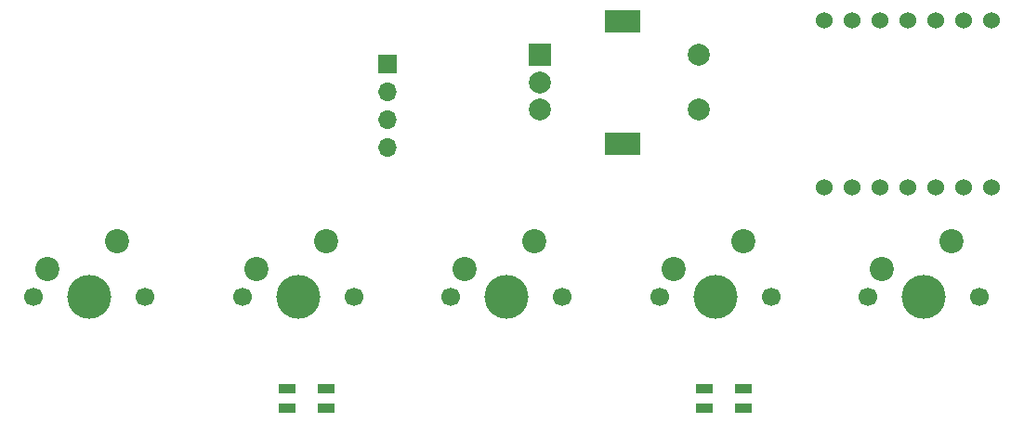
<source format=gbr>
%TF.GenerationSoftware,KiCad,Pcbnew,9.0.2*%
%TF.CreationDate,2025-05-28T17:01:59+05:30*%
%TF.ProjectId,linus_ide_toolbar,6c696e75-735f-4696-9465-5f746f6f6c62,rev?*%
%TF.SameCoordinates,Original*%
%TF.FileFunction,Soldermask,Top*%
%TF.FilePolarity,Negative*%
%FSLAX46Y46*%
G04 Gerber Fmt 4.6, Leading zero omitted, Abs format (unit mm)*
G04 Created by KiCad (PCBNEW 9.0.2) date 2025-05-28 17:01:59*
%MOMM*%
%LPD*%
G01*
G04 APERTURE LIST*
%ADD10R,1.700000X1.700000*%
%ADD11O,1.700000X1.700000*%
%ADD12C,1.700000*%
%ADD13C,4.000000*%
%ADD14C,2.200000*%
%ADD15R,2.000000X2.000000*%
%ADD16C,2.000000*%
%ADD17R,3.200000X2.000000*%
%ADD18R,1.600000X0.850000*%
%ADD19C,1.524000*%
G04 APERTURE END LIST*
D10*
%TO.C,J1*%
X109615000Y-87305000D03*
D11*
X109615000Y-89845000D03*
X109615000Y-92385000D03*
X109615000Y-94925000D03*
%TD*%
D12*
%TO.C,Stop1*%
X96380000Y-108580000D03*
D13*
X101460000Y-108580000D03*
D12*
X106540000Y-108580000D03*
D14*
X104000000Y-103500000D03*
X97650000Y-106040000D03*
%TD*%
D12*
%TO.C,key1*%
X77380000Y-108580000D03*
D13*
X82460000Y-108580000D03*
D12*
X87540000Y-108580000D03*
D14*
X85000000Y-103500000D03*
X78650000Y-106040000D03*
%TD*%
D12*
%TO.C,key5*%
X153380000Y-108580000D03*
D13*
X158460000Y-108580000D03*
D12*
X163540000Y-108580000D03*
D14*
X161000000Y-103500000D03*
X154650000Y-106040000D03*
%TD*%
D12*
%TO.C,Continue1*%
X115380000Y-108580000D03*
D13*
X120460000Y-108580000D03*
D12*
X125540000Y-108580000D03*
D14*
X123000000Y-103500000D03*
X116650000Y-106040000D03*
%TD*%
D15*
%TO.C,SW1*%
X123500000Y-86500000D03*
D16*
X123500000Y-91500000D03*
X123500000Y-89000000D03*
D17*
X131000000Y-83400000D03*
X131000000Y-94600000D03*
D16*
X138000000Y-91500000D03*
X138000000Y-86500000D03*
%TD*%
D18*
%TO.C,D2*%
X138500000Y-117000000D03*
X138500000Y-118750000D03*
X142000000Y-118750000D03*
X142000000Y-117000000D03*
%TD*%
%TO.C,D1*%
X100500000Y-117000000D03*
X100500000Y-118750000D03*
X104000000Y-118750000D03*
X104000000Y-117000000D03*
%TD*%
D12*
%TO.C,key4*%
X134380000Y-108580000D03*
D13*
X139460000Y-108580000D03*
D12*
X144540000Y-108580000D03*
D14*
X142000000Y-103500000D03*
X135650000Y-106040000D03*
%TD*%
D19*
%TO.C,U1*%
X149380000Y-83380000D03*
X151920000Y-83380000D03*
X154460000Y-83380000D03*
X157000000Y-83380000D03*
X159540000Y-83380000D03*
X162080000Y-83380000D03*
X164620000Y-83380000D03*
X164620000Y-98620000D03*
X162080000Y-98620000D03*
X159540000Y-98620000D03*
X157000000Y-98620000D03*
X154460000Y-98620000D03*
X151920000Y-98620000D03*
X149380000Y-98620000D03*
%TD*%
M02*

</source>
